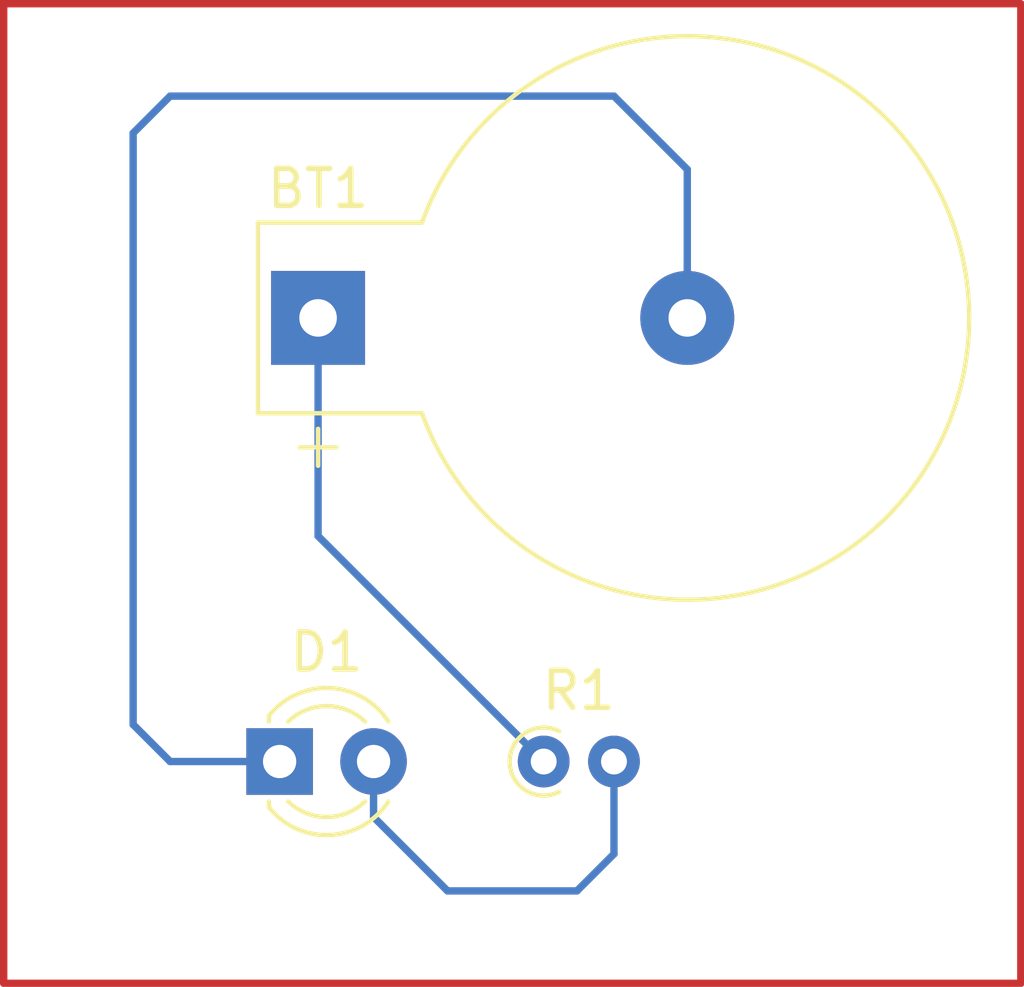
<source format=kicad_pcb>
(kicad_pcb (version 20241229) (generator "pcbnew") (generator_version "9.0")
  (layers (0 "F.Cu" signal) (2 "B.Cu" signal) (13 "F.Paste" user) (15 "B.Paste" user) (5 "F.SilkS" user "F.Silkscreen") (7 "B.SilkS" user "B.Silkscreen") (1 "F.Mask" user) (3 "B.Mask" user) (25 "Edge.Cuts" user))
  (net 0 "")
  (net 1 "Net-(BT1--)")
  (net 2 "Net-(BT1-+)")
  (net 3 "Net-(D1-A)")
  (footprint "LED_THT:LED_D3.0mm_IRBlack" (layer "F.Cu") (at 107.46 94)
    (property "Reference" "D1" (at 1.27 -2.96 0) (layer "F.SilkS"))
    (property "Value" "LED")
    (fp_line (start -0.29 -1.236) (end -0.29 -1.08) (stroke (width 0.12)) (layer "F.SilkS"))
    (fp_line (start -0.29 1.08) (end -0.29 1.236) (stroke (width 0.12)) (layer "F.SilkS"))
    (fp_arc (start -0.29 -1.235516) (mid 1.36566 -1.987699) (end 2.941437 -1.08) (stroke (width 0.12)) (layer "F.SilkS"))
    (fp_arc (start 0.229039 -1.08) (mid 1.27 -1.5) (end 2.310961 -1.08) (stroke (width 0.12)) (layer "F.SilkS"))
    (fp_arc (start 2.310961 1.08) (mid 1.27 1.5) (end 0.229039 1.08) (stroke (width 0.12)) (layer "F.SilkS"))
    (fp_arc (start 2.941437 1.08) (mid 1.36566 1.987699) (end -0.29 1.235516) (stroke (width 0.12)) (layer "F.SilkS"))
    (pad "1" thru_hole rect (at 0 0) (size 1.8 1.8) (drill 0.9) (layers "*.Cu" "*.Mask") (net 1 "Net-(BT1--)"))
    (pad "2" thru_hole circle (at 2.54 0) (size 1.8 1.8) (drill 0.9) (layers "*.Cu" "*.Mask") (net 3 "Net-(D1-A)"))
  )
  (footprint "Battery:BatteryHolder_Keystone_500" (layer "F.Cu") (at 108.5 82)
    (property "Reference" "BT1" (at 0 -3.5 0) (layer "F.SilkS"))
    (property "Value" "Battery_Cell")
    (fp_line (start -1.6256 -2.5781) (end -1.6256 2.5781) (stroke (width 0.12)) (layer "F.SilkS"))
    (fp_line (start -1.6256 -2.5781) (end 2.81 -2.5781) (stroke (width 0.12)) (layer "F.SilkS"))
    (fp_line (start -1.6256 2.5781) (end 2.81 2.5781) (stroke (width 0.12)) (layer "F.SilkS"))
    (fp_line (start 0 3) (end 0 4) (stroke (width 0.12)) (layer "F.SilkS"))
    (fp_line (start 0.5 3.5) (end -0.5 3.5) (stroke (width 0.12)) (layer "F.SilkS"))
    (fp_arc (start 2.81 -2.5781) (mid 17.603686 0) (end 2.81 2.5781) (stroke (width 0.12)) (layer "F.SilkS"))
    (pad "1" thru_hole rect (at 0 0) (size 2.54 2.54) (drill 1.016) (layers "*.Cu" "*.Mask") (net 2 "Net-(BT1-+)"))
    (pad "2" thru_hole circle (at 9.9822 0) (size 2.54 2.54) (drill 1.016) (layers "*.Cu" "*.Mask") (net 1 "Net-(BT1--)"))
  )
  (footprint "Resistor_THT:R_Axial_DIN0204_L3.6mm_D1.6mm_P1.90mm_Vertical" (layer "F.Cu") (at 114.6 94)
    (property "Reference" "R1" (at 0.95 -1.92 0) (layer "F.SilkS"))
    (property "Value" "100")
    (fp_arc (start 0.417133 0.82) (mid -0.92 0) (end 0.417133 -0.82) (stroke (width 0.12)) (layer "F.SilkS"))
    (pad "1" thru_hole circle (at 0 0) (size 1.4 1.4) (drill 0.7) (layers "*.Cu" "*.Mask") (net 2 "Net-(BT1-+)"))
    (pad "2" thru_hole circle (at 1.9 0) (size 1.4 1.4) (drill 0.7) (layers "*.Cu" "*.Mask") (net 3 "Net-(D1-A)"))
  )
  (gr_rect (start 100 73.5) (end 127.5 100) (stroke (width 0.2)) (fill no) (layer "F.Cu"))
  (segment (start 104.5 76) (end 103.5 77) (width 0.2) (layer "B.Cu") (net 1))
  (segment (start 103.5 77) (end 103.5 93) (width 0.2) (layer "B.Cu") (net 1))
  (segment (start 118.4822 82) (end 118.4822 77.9822) (width 0.2) (layer "B.Cu") (net 1))
  (segment (start 118.4822 77.9822) (end 116.5 76) (width 0.2) (layer "B.Cu") (net 1))
  (segment (start 116.5 76) (end 104.5 76) (width 0.2) (layer "B.Cu") (net 1))
  (segment (start 103.5 93) (end 104.5 94) (width 0.2) (layer "B.Cu") (net 1))
  (segment (start 104.5 94) (end 107.46 94) (width 0.2) (layer "B.Cu") (net 1))
  (segment (start 114.6 94) (end 108.5 87.9) (width 0.2) (layer "B.Cu") (net 2))
  (segment (start 108.5 87.9) (end 108.5 82) (width 0.2) (layer "B.Cu") (net 2))
  (segment (start 110 95.5) (end 112 97.5) (width 0.2) (layer "B.Cu") (net 3))
  (segment (start 112 97.5) (end 115.5 97.5) (width 0.2) (layer "B.Cu") (net 3))
  (segment (start 110 94) (end 110 95.5) (width 0.2) (layer "B.Cu") (net 3))
  (segment (start 116.5 96.5) (end 116.5 94) (width 0.2) (layer "B.Cu") (net 3))
  (segment (start 115.5 97.5) (end 116.5 96.5) (width 0.2) (layer "B.Cu") (net 3))
)
</source>
